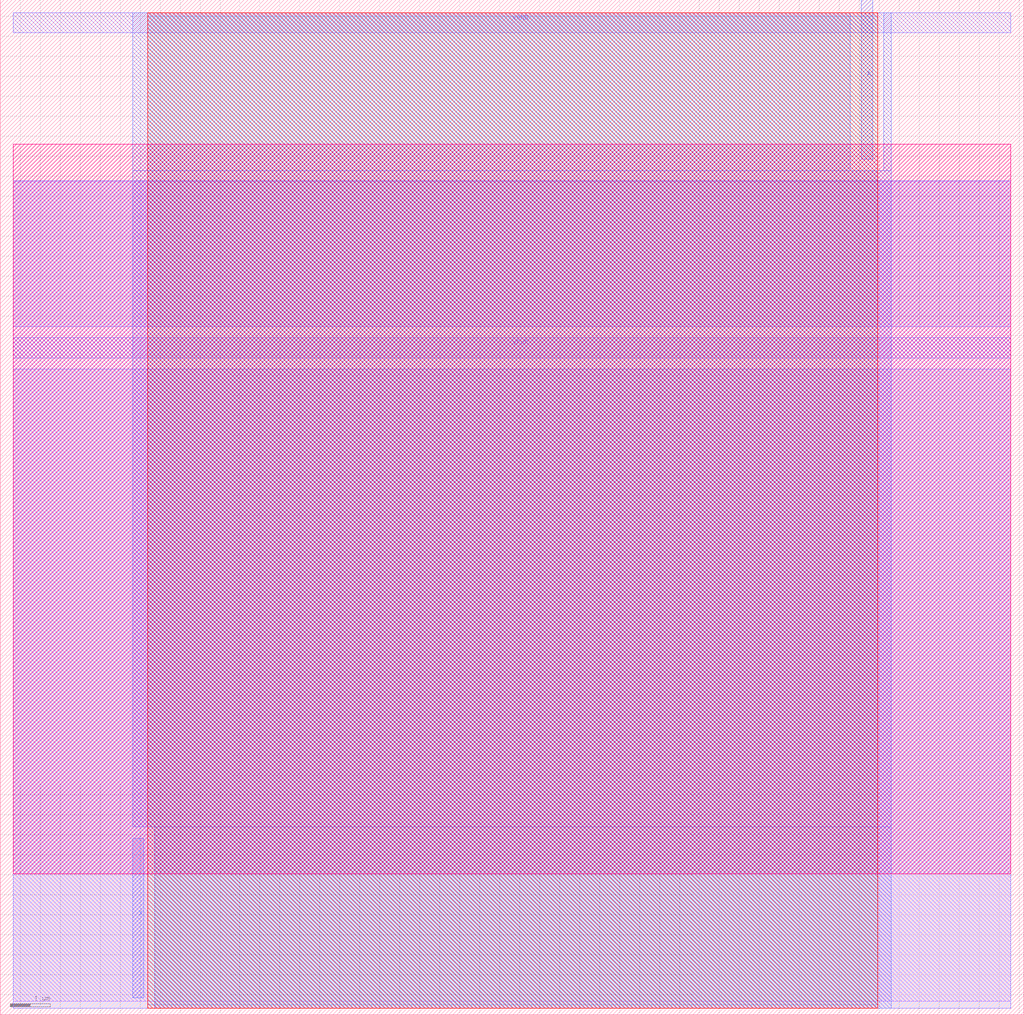
<source format=lef>
VERSION 5.7 ;
  NOWIREEXTENSIONATPIN ON ;
  DIVIDERCHAR "/" ;
  BUSBITCHARS "[]" ;
MACRO sky130_fd_sc_hvl__lsbufhv2lv_1_wrapped
  CLASS BLOCK ;
  FOREIGN sky130_fd_sc_hvl__lsbufhv2lv_1_wrapped ;
  ORIGIN 0.000 -0.005 ;
  SIZE 25.620 BY 25.415 ;
  PIN A
    DIRECTION INPUT ;
    PORT
      LAYER met2 ;
        RECT 21.550 21.420 21.830 25.420 ;
    END
  END A
  PIN X
    DIRECTION OUTPUT TRISTATE ;
    PORT
      LAYER met2 ;
        RECT 3.310 0.420 3.590 4.420 ;
    END
  END X
  PIN VPWR
    DIRECTION INPUT ;
    USE POWER ;
    PORT
      LAYER met1 ;
        RECT 0.330 16.445 25.290 16.955 ;
    END
  END VPWR
  PIN VGND
    DIRECTION INPUT ;
    USE GROUND ;
    PORT
      LAYER met1 ;
        RECT 0.330 24.585 25.290 25.095 ;
    END
  END VGND
  OBS
      LAYER li1 ;
        RECT 0.330 0.335 25.290 20.855 ;
      LAYER met1 ;
        RECT 0.330 17.235 25.290 20.885 ;
        RECT 0.330 0.165 25.290 16.165 ;
      LAYER met2 ;
        RECT 3.320 21.140 21.270 25.095 ;
        RECT 22.110 21.140 22.300 25.095 ;
        RECT 3.320 4.700 22.300 21.140 ;
        RECT 3.870 0.165 22.300 4.700 ;
      LAYER met3 ;
        RECT 3.695 0.255 21.960 25.005 ;
      LAYER met4 ;
        RECT 3.695 0.165 21.960 25.095 ;
      LAYER met5 ;
        RECT 0.330 3.530 25.290 21.795 ;
  END
END sky130_fd_sc_hvl__lsbufhv2lv_1_wrapped
END LIBRARY


</source>
